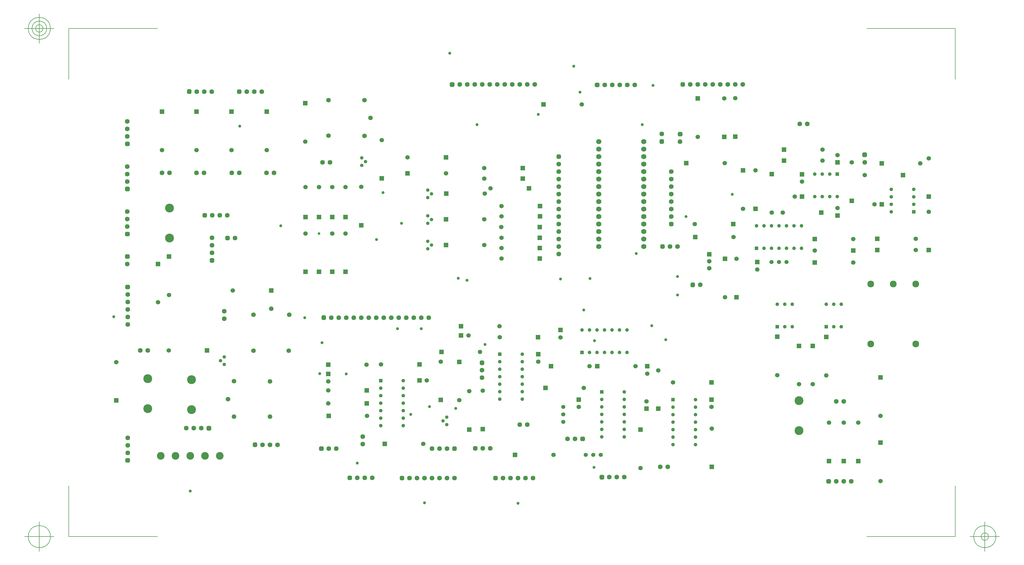
<source format=gbr>
G04 Generated by Ultiboard 13.0 *
%FSLAX33Y33*%
%MOMM*%

%ADD10C,0.001*%
%ADD11C,0.127*%
%ADD12C,0.90000*%
%ADD13C,1.000*%
%ADD14C,1.556*%
%ADD15C,1.609*%
%ADD16C,1.500*%
%ADD17R,1.500X1.500*%
%ADD18C,1.185*%
%ADD19R,0.529X0.529*%
%ADD20C,0.995*%
%ADD21C,3.006*%
%ADD22C,1.422*%
%ADD23C,1.537*%
%ADD24R,1.537X1.537*%
%ADD25C,2.300*%
%ADD26C,1.245*%
%ADD27R,1.245X1.245*%
%ADD28C,1.760*%
%ADD29C,2.600*%


G04 ColorRGB FF00CC for the following layer *
%LNSolder Mask Top*%
%LPD*%
G54D10*
G54D11*
X-1207Y-1137D02*
X-1207Y16089D01*
X-1207Y-1137D02*
X28813Y-1137D01*
X298997Y-1137D02*
X268977Y-1137D01*
X298997Y-1137D02*
X298997Y16089D01*
X298997Y171127D02*
X298997Y153901D01*
X298997Y171127D02*
X268977Y171127D01*
X-1207Y171127D02*
X28813Y171127D01*
X-1207Y171127D02*
X-1207Y153901D01*
X-6207Y-1137D02*
X-16207Y-1137D01*
X-11207Y-6137D02*
X-11207Y3863D01*
X-14957Y-1137D02*
G75*
D01*
G02X-14957Y-1137I3750J0*
G01*
X303997Y-1137D02*
X313997Y-1137D01*
X308997Y-6137D02*
X308997Y3863D01*
X305247Y-1137D02*
G75*
D01*
G02X305247Y-1137I3750J0*
G01*
X307747Y-1137D02*
G75*
D01*
G02X307747Y-1137I1250J0*
G01*
X-6207Y171127D02*
X-16207Y171127D01*
X-11207Y166127D02*
X-11207Y176127D01*
X-14957Y171127D02*
G75*
D01*
G02X-14957Y171127I3750J0*
G01*
X-13707Y171127D02*
G75*
D01*
G02X-13707Y171127I2500J0*
G01*
X-12457Y171127D02*
G75*
D01*
G02X-12457Y171127I1250J0*
G01*
G54D12*
X83500Y101600D03*
G54D13*
X114580Y40300D03*
X173160Y75680D03*
X129800Y42340D03*
X196190Y70310D03*
X103020Y99530D03*
X96440Y23820D03*
X200930Y65570D03*
X111450Y105030D03*
X127770Y162730D03*
X92720Y53980D03*
X110120Y69340D03*
X130660Y86470D03*
X175250Y86370D03*
X118120Y69340D03*
X83780Y54060D03*
X176640Y22320D03*
X190940Y94780D03*
X56660Y137980D03*
X133650Y85800D03*
X139690Y64000D03*
X70510Y104210D03*
X207780Y107335D03*
X223420Y114910D03*
X137005Y138485D03*
X192965Y138485D03*
X196660Y151790D03*
X169820Y158340D03*
X157785Y142005D03*
X171920Y149540D03*
X39900Y14330D03*
X204940Y87070D03*
X84490Y64610D03*
X204945Y80735D03*
X150920Y10170D03*
X119220Y10350D03*
X165300Y86170D03*
X120920Y42880D03*
X78670Y73100D03*
X105190Y115500D03*
X14030Y73430D03*
X176820Y65270D03*
G54D14*
X73300Y61900D03*
X73396Y74096D03*
X67300Y76128D03*
X61300Y61900D03*
X61300Y74100D03*
X66900Y51500D03*
X54704Y51596D03*
X52672Y45500D03*
X66900Y39500D03*
X54700Y39500D03*
X86700Y134800D03*
X98896Y134704D03*
X100928Y140800D03*
X86700Y146800D03*
X98900Y146800D03*
G54D15*
X44600Y122200D03*
X42060Y122200D03*
X56500Y122200D03*
X53960Y122200D03*
X68300Y122200D03*
X65760Y122200D03*
X32900Y122200D03*
X30360Y122200D03*
X151460Y36800D03*
X154000Y36800D03*
X51400Y72700D03*
X51400Y75240D03*
X55040Y100100D03*
X84700Y125700D03*
X87240Y125700D03*
X248832Y138800D03*
X246292Y138800D03*
X212640Y84200D03*
X41120Y35600D03*
X43660Y35600D03*
X38580Y35600D03*
X170237Y32000D03*
X167697Y32000D03*
X138940Y28800D03*
X141480Y28800D03*
X86840Y28700D03*
X89380Y28700D03*
X49880Y107800D03*
X47340Y107800D03*
X52420Y107800D03*
X133680Y152100D03*
X131140Y152100D03*
X148920Y152100D03*
X141300Y152100D03*
X136220Y152100D03*
X138760Y152100D03*
X143840Y152100D03*
X146380Y152100D03*
X156540Y152100D03*
X151460Y152100D03*
X154000Y152100D03*
X180240Y152000D03*
X182780Y152000D03*
X187860Y152000D03*
X185320Y152000D03*
X190400Y152000D03*
X18600Y106480D03*
X18600Y103940D03*
X18600Y109020D03*
X47300Y97580D03*
X47300Y95040D03*
X47300Y100120D03*
X61580Y149700D03*
X59040Y149700D03*
X64120Y149700D03*
X44661Y149719D03*
X42121Y149719D03*
X47201Y149719D03*
X18700Y29780D03*
X18700Y27240D03*
X18700Y32320D03*
X66880Y30000D03*
X64340Y30000D03*
X69420Y30000D03*
X18600Y137080D03*
X18600Y134540D03*
X18600Y139620D03*
X18600Y91260D03*
X199100Y22500D03*
X201640Y22500D03*
X138720Y55240D03*
X138720Y52700D03*
X124320Y28700D03*
X126860Y28700D03*
X121780Y28700D03*
X98300Y32800D03*
X98300Y30260D03*
X25500Y62000D03*
X22960Y62000D03*
X164700Y99760D03*
X164700Y115000D03*
X164700Y122620D03*
X164700Y125160D03*
X164700Y120080D03*
X164700Y117540D03*
X164700Y107380D03*
X164700Y112460D03*
X164700Y109920D03*
X164700Y102300D03*
X164700Y104840D03*
X164700Y94680D03*
X164700Y97220D03*
X115580Y73100D03*
X97800Y73100D03*
X90180Y73100D03*
X87640Y73100D03*
X92720Y73100D03*
X95260Y73100D03*
X105420Y73100D03*
X100340Y73100D03*
X102880Y73100D03*
X113040Y73100D03*
X107960Y73100D03*
X110500Y73100D03*
X120660Y73100D03*
X118120Y73100D03*
X202405Y97205D03*
X204945Y97205D03*
X202780Y122575D03*
X202780Y109875D03*
X202780Y107335D03*
X202780Y112415D03*
X202780Y117495D03*
X202780Y114955D03*
X202780Y120035D03*
X199600Y135340D03*
X205800Y132760D03*
X268300Y125760D03*
X261180Y17600D03*
X258640Y17600D03*
X263720Y17600D03*
X261200Y44700D03*
X258660Y44700D03*
X184380Y19000D03*
X186920Y19000D03*
X181840Y19000D03*
X145840Y18700D03*
X148380Y18700D03*
X153460Y18700D03*
X150920Y18700D03*
X156000Y18700D03*
X129380Y18700D03*
X116680Y18700D03*
X114140Y18700D03*
X119220Y18700D03*
X124300Y18700D03*
X121760Y18700D03*
X126840Y18700D03*
X98980Y18800D03*
X96440Y18800D03*
X101520Y18800D03*
X18700Y80960D03*
X18700Y78420D03*
X18700Y73340D03*
X18700Y75880D03*
X18700Y70800D03*
X18600Y121780D03*
X18600Y119240D03*
X18600Y124320D03*
X224445Y152130D03*
X216825Y152130D03*
X211745Y152130D03*
X209205Y152130D03*
X214285Y152130D03*
X219365Y152130D03*
X221905Y152130D03*
X226985Y152130D03*
G54D16*
X194400Y44700D03*
X139600Y115100D03*
X139500Y106400D03*
X139500Y97700D03*
X104785Y133265D03*
X120000Y51800D03*
X42000Y129900D03*
X78870Y132780D03*
X30300Y129900D03*
X65800Y129900D03*
X32700Y80800D03*
X29000Y78300D03*
X53900Y129900D03*
X211800Y134400D03*
X224475Y147440D03*
X134385Y48150D03*
X259100Y110200D03*
X259100Y128200D03*
X171500Y42800D03*
X247100Y119200D03*
X244600Y114100D03*
X240600Y108700D03*
X227100Y110000D03*
X236860Y108710D03*
X231300Y123000D03*
X271600Y111500D03*
X216500Y35500D03*
X216400Y42800D03*
X203400Y51100D03*
X198400Y55200D03*
X194700Y54100D03*
X157800Y58200D03*
X165300Y66400D03*
X173200Y49300D03*
X175100Y56600D03*
X190700Y56600D03*
X144715Y66450D03*
X144600Y70200D03*
X138000Y61500D03*
X162900Y26600D03*
X138925Y48325D03*
X131000Y45100D03*
X124700Y58200D03*
X118800Y30300D03*
X104500Y57200D03*
X86645Y44015D03*
X99800Y39775D03*
X86635Y48385D03*
X99600Y57100D03*
X32600Y62000D03*
X14800Y58000D03*
X88000Y101600D03*
X92500Y101600D03*
X78900Y101600D03*
X78900Y117360D03*
X83500Y117360D03*
X88000Y117360D03*
X92500Y117360D03*
X97800Y117400D03*
X54300Y82300D03*
X172500Y145400D03*
X113500Y127400D03*
X126500Y122000D03*
X145300Y93100D03*
X145300Y96700D03*
X145280Y100150D03*
X145250Y103760D03*
X145330Y107405D03*
X145315Y110895D03*
X141600Y116900D03*
X220735Y147380D03*
X210800Y104800D03*
X223900Y100400D03*
X224900Y93000D03*
X221000Y80000D03*
X231900Y89400D03*
X264400Y99700D03*
X251400Y95800D03*
X264415Y91740D03*
X263900Y125700D03*
X254000Y130000D03*
X254000Y126300D03*
X287100Y125400D03*
X268300Y121400D03*
X290000Y127100D03*
X290000Y109000D03*
X285600Y99800D03*
X285600Y96000D03*
X192400Y22100D03*
X134135Y67065D03*
X86600Y51500D03*
X220900Y125500D03*
X273700Y17700D03*
X261200Y37500D03*
X266100Y37500D03*
X256200Y37500D03*
X273700Y39800D03*
X255300Y53500D03*
X250700Y50500D03*
X246100Y50500D03*
X238700Y53600D03*
X139500Y120200D03*
X139500Y123800D03*
G54D17*
X194400Y42200D03*
X126600Y115100D03*
X126500Y106400D03*
X126500Y97700D03*
X104785Y120265D03*
X117500Y51800D03*
X42000Y142900D03*
X78870Y145780D03*
X30300Y142900D03*
X65800Y142900D03*
X32700Y93800D03*
X29000Y91300D03*
X53900Y142900D03*
X211800Y147400D03*
X224475Y134440D03*
X134385Y35150D03*
X259100Y107700D03*
X259100Y125700D03*
X171500Y45300D03*
X247100Y121700D03*
X247100Y114100D03*
X253600Y108700D03*
X227100Y123000D03*
X236860Y121710D03*
X231300Y110000D03*
X274100Y111500D03*
X216500Y22500D03*
X216400Y45300D03*
X216400Y51100D03*
X198400Y42200D03*
X194700Y56600D03*
X157800Y60700D03*
X165300Y68900D03*
X160200Y49300D03*
X162100Y56600D03*
X177700Y56600D03*
X157715Y66450D03*
X131600Y70200D03*
X125000Y61500D03*
X149900Y26600D03*
X138925Y35325D03*
X131000Y58100D03*
X124700Y45200D03*
X105800Y30300D03*
X117500Y57200D03*
X99645Y44015D03*
X86800Y39775D03*
X99635Y48385D03*
X86600Y57100D03*
X45600Y62000D03*
X14800Y45000D03*
X88000Y88600D03*
X83500Y88600D03*
X92500Y88600D03*
X78900Y88600D03*
X78900Y107200D03*
X83500Y107200D03*
X88000Y107200D03*
X92500Y107200D03*
X97800Y104400D03*
X67300Y82300D03*
X159500Y145400D03*
X126500Y127400D03*
X113500Y122000D03*
X158300Y93100D03*
X158300Y96700D03*
X158280Y100150D03*
X158250Y103760D03*
X158330Y107405D03*
X158315Y110895D03*
X154600Y116900D03*
X220735Y134380D03*
X223800Y104800D03*
X210900Y100400D03*
X224900Y80000D03*
X221000Y93000D03*
X231900Y91900D03*
X251400Y99700D03*
X264400Y95800D03*
X251415Y91740D03*
X263900Y112700D03*
X241000Y130000D03*
X241000Y126300D03*
X274100Y125400D03*
X281300Y121400D03*
X290000Y114100D03*
X290000Y96000D03*
X272600Y99800D03*
X272600Y96000D03*
X192400Y35100D03*
X131635Y67065D03*
X86600Y54000D03*
X207900Y125500D03*
X273700Y30700D03*
X261200Y24500D03*
X266100Y24500D03*
X256200Y24500D03*
X273700Y52800D03*
X255300Y66500D03*
X250700Y63500D03*
X246100Y63500D03*
X238700Y66600D03*
X152500Y120200D03*
X152500Y123800D03*
G54D18*
X120300Y113800D03*
X121570Y115070D03*
X120300Y116340D03*
X120300Y105100D03*
X121570Y106370D03*
X120300Y107640D03*
X120300Y96400D03*
X121570Y97670D03*
X120300Y98940D03*
X51400Y59800D03*
X50130Y58530D03*
X51400Y57260D03*
X125530Y38130D03*
X126800Y36860D03*
X126800Y39400D03*
X98025Y124680D03*
X99295Y125950D03*
X98025Y127220D03*
G54D19*
X52500Y100100D03*
X210100Y84200D03*
X46200Y35600D03*
X172777Y32000D03*
X136400Y28800D03*
X84300Y28700D03*
X44800Y107800D03*
X128600Y152100D03*
X177700Y152000D03*
X18600Y101400D03*
X47300Y92500D03*
X56500Y149700D03*
X39581Y149719D03*
X18700Y24700D03*
X61800Y30000D03*
X18600Y132000D03*
X18600Y93800D03*
X138720Y57780D03*
X129400Y28700D03*
X164700Y127700D03*
X85100Y73100D03*
X199865Y97205D03*
X202780Y104795D03*
X199600Y132800D03*
X205800Y135300D03*
X268300Y128300D03*
X256100Y17600D03*
X179300Y19000D03*
X143300Y18700D03*
X111600Y18700D03*
X93900Y18800D03*
X18700Y83500D03*
X18600Y116700D03*
X206665Y152130D03*
G54D20*
X52236Y99836D02*
X52764Y99836D01*
X52764Y100364D01*
X52236Y100364D01*
X52236Y99836D01*D02*
X209836Y83936D02*
X210364Y83936D01*
X210364Y84464D01*
X209836Y84464D01*
X209836Y83936D01*D02*
X45936Y35336D02*
X46464Y35336D01*
X46464Y35864D01*
X45936Y35864D01*
X45936Y35336D01*D02*
X172513Y31736D02*
X173041Y31736D01*
X173041Y32264D01*
X172513Y32264D01*
X172513Y31736D01*D02*
X136136Y28536D02*
X136664Y28536D01*
X136664Y29064D01*
X136136Y29064D01*
X136136Y28536D01*D02*
X84036Y28436D02*
X84564Y28436D01*
X84564Y28964D01*
X84036Y28964D01*
X84036Y28436D01*D02*
X44536Y107536D02*
X45064Y107536D01*
X45064Y108064D01*
X44536Y108064D01*
X44536Y107536D01*D02*
X128336Y151836D02*
X128864Y151836D01*
X128864Y152364D01*
X128336Y152364D01*
X128336Y151836D01*D02*
X177436Y151736D02*
X177964Y151736D01*
X177964Y152264D01*
X177436Y152264D01*
X177436Y151736D01*D02*
X18336Y101136D02*
X18864Y101136D01*
X18864Y101664D01*
X18336Y101664D01*
X18336Y101136D01*D02*
X47036Y92236D02*
X47564Y92236D01*
X47564Y92764D01*
X47036Y92764D01*
X47036Y92236D01*D02*
X56236Y149436D02*
X56764Y149436D01*
X56764Y149964D01*
X56236Y149964D01*
X56236Y149436D01*D02*
X39317Y149455D02*
X39845Y149455D01*
X39845Y149983D01*
X39317Y149983D01*
X39317Y149455D01*D02*
X18436Y24436D02*
X18964Y24436D01*
X18964Y24964D01*
X18436Y24964D01*
X18436Y24436D01*D02*
X61536Y29736D02*
X62064Y29736D01*
X62064Y30264D01*
X61536Y30264D01*
X61536Y29736D01*D02*
X18336Y131736D02*
X18864Y131736D01*
X18864Y132264D01*
X18336Y132264D01*
X18336Y131736D01*D02*
X18336Y93536D02*
X18864Y93536D01*
X18864Y94064D01*
X18336Y94064D01*
X18336Y93536D01*D02*
X138456Y57516D02*
X138984Y57516D01*
X138984Y58044D01*
X138456Y58044D01*
X138456Y57516D01*D02*
X129136Y28436D02*
X129664Y28436D01*
X129664Y28964D01*
X129136Y28964D01*
X129136Y28436D01*D02*
X164436Y127436D02*
X164964Y127436D01*
X164964Y127964D01*
X164436Y127964D01*
X164436Y127436D01*D02*
X84836Y72836D02*
X85364Y72836D01*
X85364Y73364D01*
X84836Y73364D01*
X84836Y72836D01*D02*
X199601Y96941D02*
X200129Y96941D01*
X200129Y97469D01*
X199601Y97469D01*
X199601Y96941D01*D02*
X202516Y104531D02*
X203044Y104531D01*
X203044Y105059D01*
X202516Y105059D01*
X202516Y104531D01*D02*
X199336Y132536D02*
X199864Y132536D01*
X199864Y133064D01*
X199336Y133064D01*
X199336Y132536D01*D02*
X205536Y135036D02*
X206064Y135036D01*
X206064Y135564D01*
X205536Y135564D01*
X205536Y135036D01*D02*
X268036Y128036D02*
X268564Y128036D01*
X268564Y128564D01*
X268036Y128564D01*
X268036Y128036D01*D02*
X255836Y17336D02*
X256364Y17336D01*
X256364Y17864D01*
X255836Y17864D01*
X255836Y17336D01*D02*
X179036Y18736D02*
X179564Y18736D01*
X179564Y19264D01*
X179036Y19264D01*
X179036Y18736D01*D02*
X143036Y18436D02*
X143564Y18436D01*
X143564Y18964D01*
X143036Y18964D01*
X143036Y18436D01*D02*
X111336Y18436D02*
X111864Y18436D01*
X111864Y18964D01*
X111336Y18964D01*
X111336Y18436D01*D02*
X93636Y18536D02*
X94164Y18536D01*
X94164Y19064D01*
X93636Y19064D01*
X93636Y18536D01*D02*
X18436Y83236D02*
X18964Y83236D01*
X18964Y83764D01*
X18436Y83764D01*
X18436Y83236D01*D02*
X18336Y116436D02*
X18864Y116436D01*
X18864Y116964D01*
X18336Y116964D01*
X18336Y116436D01*D02*
X206401Y151866D02*
X206929Y151866D01*
X206929Y152394D01*
X206401Y152394D01*
X206401Y151866D01*D02*
G54D21*
X246100Y44960D03*
X246100Y34800D03*
X40305Y52040D03*
X40305Y41880D03*
X25485Y52375D03*
X25485Y42215D03*
X32900Y110260D03*
X32900Y100100D03*
G54D22*
X166200Y42800D03*
X166200Y37720D03*
X166200Y40260D03*
X178900Y26600D03*
X173820Y26600D03*
X176360Y26600D03*
X241840Y91925D03*
X236760Y91925D03*
X239300Y91925D03*
G54D23*
X215700Y89820D03*
X215700Y92210D03*
G54D24*
X215700Y94600D03*
G54D25*
X285620Y64140D03*
X270380Y84460D03*
X278000Y84460D03*
X270380Y64140D03*
X285620Y84460D03*
G54D26*
X277280Y111540D03*
X284900Y116620D03*
X277280Y114080D03*
X284900Y114080D03*
X284900Y111540D03*
X277280Y109000D03*
X277280Y116620D03*
X211055Y45265D03*
X203435Y37645D03*
X203435Y42725D03*
X203435Y40185D03*
X203435Y35105D03*
X203435Y32565D03*
X203435Y30025D03*
X211055Y30025D03*
X211055Y37645D03*
X211055Y42725D03*
X211055Y40185D03*
X211055Y35105D03*
X211055Y32565D03*
X152380Y60710D03*
X144760Y53090D03*
X144760Y58170D03*
X144760Y55630D03*
X144760Y50550D03*
X144760Y48010D03*
X144760Y45470D03*
X152380Y45470D03*
X152380Y53090D03*
X152380Y58170D03*
X152380Y55630D03*
X152380Y50550D03*
X152380Y48010D03*
X112060Y51765D03*
X104440Y44145D03*
X104440Y49225D03*
X104440Y46685D03*
X104440Y41605D03*
X104440Y39065D03*
X104440Y36525D03*
X112060Y36525D03*
X112060Y44145D03*
X112060Y49225D03*
X112060Y46685D03*
X112060Y41605D03*
X112060Y39065D03*
X172560Y68910D03*
X180180Y61290D03*
X175100Y61290D03*
X177640Y61290D03*
X182720Y61290D03*
X185260Y61290D03*
X187800Y61290D03*
X187800Y68910D03*
X180180Y68910D03*
X175100Y68910D03*
X177640Y68910D03*
X182720Y68910D03*
X185260Y68910D03*
X186920Y47900D03*
X179300Y40280D03*
X179300Y45360D03*
X179300Y42820D03*
X179300Y37740D03*
X179300Y35200D03*
X179300Y32660D03*
X186920Y32660D03*
X186920Y40280D03*
X186920Y45360D03*
X186920Y42820D03*
X186920Y37740D03*
X186920Y35200D03*
X244400Y96560D03*
X246940Y96560D03*
X241860Y96560D03*
X236780Y96560D03*
X239320Y96560D03*
X234240Y96560D03*
X231700Y104180D03*
X246940Y104180D03*
X244400Y104180D03*
X241860Y104180D03*
X236780Y104180D03*
X239320Y104180D03*
X234240Y104180D03*
X259033Y114126D03*
X256493Y121746D03*
X251413Y121746D03*
X253953Y121746D03*
X251413Y114126D03*
X256493Y114126D03*
X253953Y114126D03*
X243780Y70000D03*
X241240Y77620D03*
X241240Y70000D03*
X243780Y77620D03*
X238700Y77620D03*
X260380Y70000D03*
X255300Y77620D03*
X257840Y70000D03*
X257840Y77620D03*
X260380Y77620D03*
G54D27*
X284900Y109000D03*
X203435Y45265D03*
X144760Y60710D03*
X104440Y51765D03*
X172560Y61290D03*
X179300Y47900D03*
X231700Y96560D03*
X259033Y121746D03*
X238700Y70000D03*
X255300Y70000D03*
G54D28*
X178225Y132760D03*
X178225Y130220D03*
X178225Y127680D03*
X178225Y125140D03*
X178225Y122600D03*
X178225Y120060D03*
X178225Y117520D03*
X178225Y114980D03*
X178225Y112440D03*
X178225Y109900D03*
X178225Y107360D03*
X178225Y104820D03*
X178225Y102280D03*
X178225Y99740D03*
X178225Y97200D03*
X193465Y132760D03*
X193465Y130220D03*
X193465Y127680D03*
X193465Y125140D03*
X193465Y122600D03*
X193465Y120060D03*
X193465Y117520D03*
X193465Y114980D03*
X193465Y112440D03*
X193465Y109900D03*
X193465Y107360D03*
X193465Y104820D03*
X193465Y102280D03*
X193465Y99740D03*
X193465Y97200D03*
G54D29*
X29900Y26200D03*
X34900Y26200D03*
X39900Y26200D03*
X44900Y26200D03*
X49900Y26200D03*

M02*

</source>
